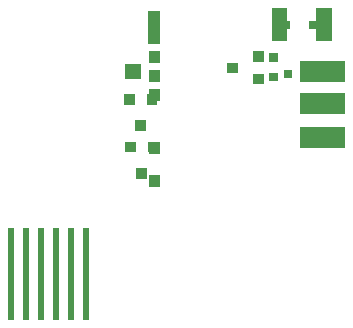
<source format=gbr>
%FSLAX32Y32*%
%MOMM*%
%LNSMD_Maske2*%
G71*
G01*
%LPD*%
G36*
X3442Y3041D02*
X3572Y3041D01*
X3572Y2911D01*
X3442Y2911D01*
X3442Y3041D01*
G37*
G36*
X3712Y2695D02*
X3622Y2695D01*
X3622Y2785D01*
X3712Y2785D01*
X3712Y2695D01*
G37*
G36*
X3522Y2695D02*
X3432Y2695D01*
X3432Y2785D01*
X3522Y2785D01*
X3522Y2695D01*
G37*
G36*
X3617Y2473D02*
X3527Y2473D01*
X3527Y2563D01*
X3617Y2563D01*
X3617Y2473D01*
G37*
G36*
X3720Y2290D02*
X3630Y2290D01*
X3630Y2380D01*
X3720Y2380D01*
X3720Y2290D01*
G37*
G36*
X3530Y2290D02*
X3440Y2290D01*
X3440Y2380D01*
X3530Y2380D01*
X3530Y2290D01*
G37*
G36*
X3625Y2068D02*
X3535Y2068D01*
X3535Y2158D01*
X3625Y2158D01*
X3625Y2068D01*
G37*
G36*
X3639Y2986D02*
X3739Y2986D01*
X3739Y2886D01*
X3639Y2886D01*
X3639Y2986D01*
G37*
G36*
X3639Y2097D02*
X3739Y2097D01*
X3739Y1997D01*
X3639Y1997D01*
X3639Y2097D01*
G37*
G36*
X3639Y2375D02*
X3739Y2375D01*
X3739Y2275D01*
X3639Y2275D01*
X3639Y2375D01*
G37*
G36*
X3639Y2828D02*
X3739Y2828D01*
X3739Y2728D01*
X3639Y2728D01*
X3639Y2828D01*
G37*
G36*
X3639Y3145D02*
X3739Y3145D01*
X3739Y3045D01*
X3639Y3045D01*
X3639Y3145D01*
G37*
G36*
X3632Y3489D02*
X3732Y3489D01*
X3732Y3209D01*
X3632Y3209D01*
X3632Y3489D01*
G37*
G36*
X2452Y1651D02*
X2502Y1651D01*
X2502Y871D01*
X2452Y871D01*
X2452Y1651D01*
G37*
G36*
X2578Y1651D02*
X2628Y1651D01*
X2628Y871D01*
X2578Y871D01*
X2578Y1651D01*
G37*
G36*
X2706Y1651D02*
X2756Y1651D01*
X2756Y871D01*
X2706Y871D01*
X2706Y1651D01*
G37*
G36*
X2832Y1651D02*
X2882Y1651D01*
X2882Y871D01*
X2832Y871D01*
X2832Y1651D01*
G37*
G36*
X2706Y1650D02*
X2756Y1650D01*
X2756Y870D01*
X2706Y870D01*
X2706Y1650D01*
G37*
G36*
X2832Y1650D02*
X2882Y1650D01*
X2882Y870D01*
X2832Y870D01*
X2832Y1650D01*
G37*
G36*
X2960Y1650D02*
X3010Y1650D01*
X3010Y870D01*
X2960Y870D01*
X2960Y1650D01*
G37*
G36*
X3086Y1650D02*
X3136Y1650D01*
X3136Y870D01*
X3086Y870D01*
X3086Y1650D01*
G37*
G36*
X5190Y3233D02*
X5060Y3233D01*
X5060Y3513D01*
X5190Y3513D01*
X5190Y3233D01*
G37*
G36*
X4810Y3233D02*
X4680Y3233D01*
X4680Y3513D01*
X4810Y3513D01*
X4810Y3233D01*
G37*
G36*
X4524Y2866D02*
X4524Y2956D01*
X4614Y2956D01*
X4614Y2866D01*
X4524Y2866D01*
G37*
G36*
X4524Y3056D02*
X4524Y3146D01*
X4614Y3146D01*
X4614Y3056D01*
X4524Y3056D01*
G37*
G36*
X4302Y2961D02*
X4302Y3051D01*
X4392Y3051D01*
X4392Y2961D01*
X4302Y2961D01*
G37*
G36*
X4662Y2892D02*
X4662Y2962D01*
X4732Y2962D01*
X4732Y2892D01*
X4662Y2892D01*
G37*
G36*
X4661Y3059D02*
X4661Y3129D01*
X4731Y3129D01*
X4731Y3059D01*
X4661Y3059D01*
G37*
G36*
X5084Y3336D02*
X4999Y3336D01*
X4999Y3406D01*
X5084Y3406D01*
X5084Y3336D01*
G37*
G36*
X4837Y3336D02*
X4752Y3336D01*
X4752Y3406D01*
X4837Y3406D01*
X4837Y3336D01*
G37*
G36*
X5020Y2919D02*
X4950Y2919D01*
X4950Y2989D01*
X5020Y2989D01*
X5020Y2919D01*
G37*
G36*
X4853Y2920D02*
X4783Y2920D01*
X4783Y2990D01*
X4853Y2990D01*
X4853Y2920D01*
G37*
G36*
X5299Y3064D02*
X5299Y2884D01*
X4919Y2884D01*
X4919Y3064D01*
X5299Y3064D01*
G37*
G36*
X5299Y2795D02*
X5299Y2615D01*
X4919Y2615D01*
X4919Y2795D01*
X5299Y2795D01*
G37*
G36*
X5299Y2509D02*
X5299Y2329D01*
X4919Y2329D01*
X4919Y2509D01*
X5299Y2509D01*
G37*
M02*

</source>
